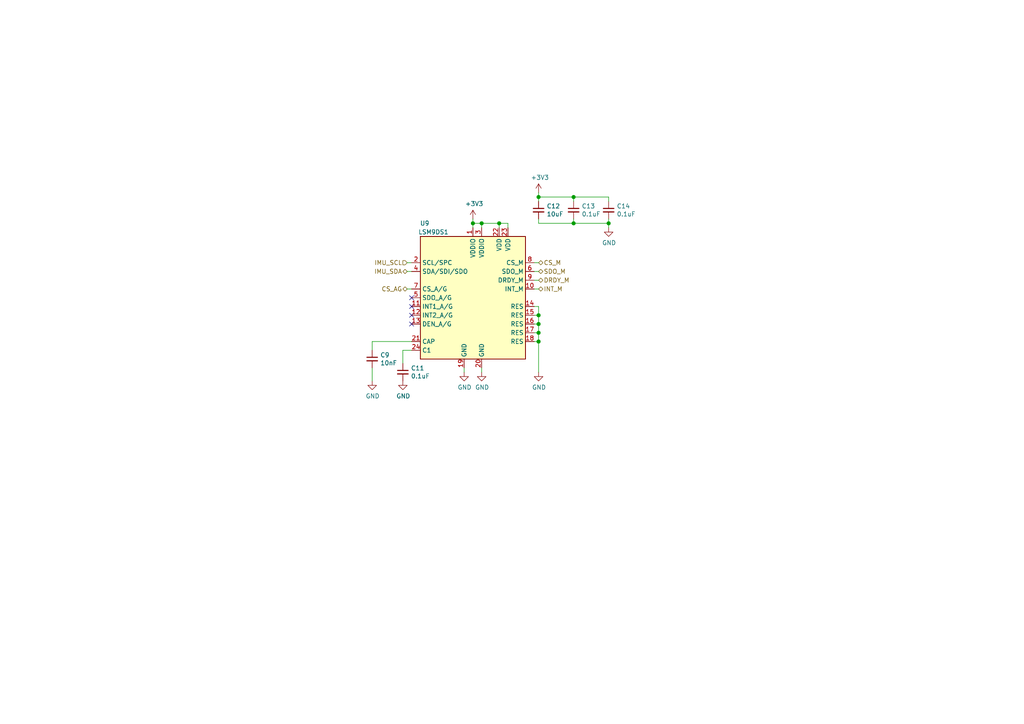
<source format=kicad_sch>
(kicad_sch (version 20210126) (generator eeschema)
  (paper "A4")
  (lib_symbols
    (symbol "Device:C_Small" (pin_numbers hide) (pin_names (offset 0.254) hide)
      (property "Reference" "C" (at 0.254 1.778 0))
      (property "Value" "C_Small" (at 0.254 -2.032 0))
      (symbol "C_Small_0_1"
        (polyline (pts (xy -1.524 -0.508) (xy 1.524 -0.508)) (stroke (width 0.3302)))
        (polyline (pts (xy -1.524 0.508) (xy 1.524 0.508)) (stroke (width 0.3048)))
      )
      (symbol "C_Small_1_1"
        (pin passive line (at 0 2.54 270) (length 2.032) (name "~") (number "1"))
        (pin passive line (at 0 -2.54 90) (length 2.032) (name "~") (number "2"))
      )
    )
    (symbol "Sensor_Motion:LSM9DS1"
      (property "Reference" "U" (at -15.24 21.59 0))
      (property "Value" "LSM9DS1" (at -15.24 19.05 0))
      (symbol "LSM9DS1_0_1"
        (rectangle (start -15.24 17.78) (end 15.24 -17.78) (stroke (width 0.254)) (fill (type background)))
      )
      (symbol "LSM9DS1_1_1"
        (pin power_in line (at 0 20.32 270) (length 2.54) (name "VDDIO") (number "1"))
        (pin output line (at 17.78 2.54 180) (length 2.54) (name "INT_M") (number "10"))
        (pin output line (at -17.78 -2.54 0) (length 2.54) (name "INT1_A/G") (number "11"))
        (pin output line (at -17.78 -5.08 0) (length 2.54) (name "INT2_A/G") (number "12"))
        (pin input line (at -17.78 -7.62 0) (length 2.54) (name "DEN_A/G") (number "13"))
        (pin bidirectional line (at 17.78 -2.54 180) (length 2.54) (name "RES") (number "14"))
        (pin bidirectional line (at 17.78 -5.08 180) (length 2.54) (name "RES") (number "15"))
        (pin bidirectional line (at 17.78 -7.62 180) (length 2.54) (name "RES") (number "16"))
        (pin bidirectional line (at 17.78 -10.16 180) (length 2.54) (name "RES") (number "17"))
        (pin bidirectional line (at 17.78 -12.7 180) (length 2.54) (name "RES") (number "18"))
        (pin power_in line (at -2.54 -20.32 90) (length 2.54) (name "GND") (number "19"))
        (pin input line (at -17.78 10.16 0) (length 2.54) (name "SCL/SPC") (number "2"))
        (pin power_in line (at 2.54 -20.32 90) (length 2.54) (name "GND") (number "20"))
        (pin passive line (at -17.78 -12.7 0) (length 2.54) (name "CAP") (number "21"))
        (pin power_in line (at 7.62 20.32 270) (length 2.54) (name "VDD") (number "22"))
        (pin power_in line (at 10.16 20.32 270) (length 2.54) (name "VDD") (number "23"))
        (pin passive line (at -17.78 -15.24 0) (length 2.54) (name "C1") (number "24"))
        (pin power_in line (at 2.54 20.32 270) (length 2.54) (name "VDDIO") (number "3"))
        (pin bidirectional line (at -17.78 7.62 0) (length 2.54) (name "SDA/SDI/SDO") (number "4"))
        (pin output line (at -17.78 0 0) (length 2.54) (name "SDO_A/G") (number "5"))
        (pin output line (at 17.78 7.62 180) (length 2.54) (name "SDO_M") (number "6"))
        (pin input line (at -17.78 2.54 0) (length 2.54) (name "CS_A/G") (number "7"))
        (pin input line (at 17.78 10.16 180) (length 2.54) (name "CS_M") (number "8"))
        (pin output line (at 17.78 5.08 180) (length 2.54) (name "DRDY_M") (number "9"))
      )
    )
    (symbol "power:+3V3" (power) (pin_names (offset 0))
      (property "Value" "+3V3" (at 0 3.556 0))
      (symbol "+3V3_0_1"
        (polyline (pts (xy -0.762 1.27) (xy 0 2.54)))
        (polyline (pts (xy 0 0) (xy 0 2.54)))
        (polyline (pts (xy 0 2.54) (xy 0.762 1.27)))
      )
      (symbol "+3V3_1_1"
        (pin power_in line (at 0 0 90) (length 0) hide (name "+3V3") (number "1"))
      )
    )
    (symbol "power:GND" (power) (pin_names (offset 0))
      (property "Value" "GND" (at 0 -3.81 0))
      (symbol "GND_0_1"
        (polyline (pts (xy 0 0) (xy 0 -1.27) (xy 1.27 -1.27) (xy 0 -2.54) (xy -1.27 -1.27) (xy 0 -1.27)))
      )
      (symbol "GND_1_1"
        (pin power_in line (at 0 0 270) (length 0) hide (name "GND") (number "1"))
      )
    )
  )
  (junction (at 137.16 64.77) (diameter 1.016))
  (junction (at 139.7 64.77) (diameter 1.016))
  (junction (at 144.78 64.77) (diameter 1.016))
  (junction (at 156.21 57.15) (diameter 1.016))
  (junction (at 156.21 91.44) (diameter 1.016))
  (junction (at 156.21 93.98) (diameter 1.016))
  (junction (at 156.21 96.52) (diameter 1.016))
  (junction (at 156.21 99.06) (diameter 1.016))
  (junction (at 166.37 57.15) (diameter 1.016))
  (junction (at 166.37 64.77) (diameter 1.016))
  (junction (at 176.53 64.77) (diameter 1.016))
  (no_connect (at 119.38 86.36))
  (no_connect (at 119.38 88.9))
  (no_connect (at 119.38 91.44))
  (no_connect (at 119.38 93.98))
  (wire (pts (xy 107.95 99.06) (xy 107.95 101.6)))
  (wire (pts (xy 107.95 106.68) (xy 107.95 110.49)))
  (wire (pts (xy 116.84 101.6) (xy 116.84 105.41)))
  (wire (pts (xy 118.11 76.2) (xy 119.38 76.2)))
  (wire (pts (xy 118.11 78.74) (xy 119.38 78.74)))
  (wire (pts (xy 118.11 83.82) (xy 119.38 83.82)))
  (wire (pts (xy 119.38 99.06) (xy 107.95 99.06)))
  (wire (pts (xy 119.38 101.6) (xy 116.84 101.6)))
  (wire (pts (xy 134.62 107.95) (xy 134.62 106.68)))
  (wire (pts (xy 137.16 64.77) (xy 137.16 63.5)))
  (wire (pts (xy 137.16 64.77) (xy 139.7 64.77)))
  (wire (pts (xy 137.16 66.04) (xy 137.16 64.77)))
  (wire (pts (xy 139.7 64.77) (xy 144.78 64.77)))
  (wire (pts (xy 139.7 66.04) (xy 139.7 64.77)))
  (wire (pts (xy 139.7 106.68) (xy 139.7 107.95)))
  (wire (pts (xy 144.78 64.77) (xy 147.32 64.77)))
  (wire (pts (xy 144.78 66.04) (xy 144.78 64.77)))
  (wire (pts (xy 147.32 64.77) (xy 147.32 66.04)))
  (wire (pts (xy 154.94 88.9) (xy 156.21 88.9)))
  (wire (pts (xy 154.94 91.44) (xy 156.21 91.44)))
  (wire (pts (xy 154.94 96.52) (xy 156.21 96.52)))
  (wire (pts (xy 156.21 55.88) (xy 156.21 57.15)))
  (wire (pts (xy 156.21 57.15) (xy 156.21 58.42)))
  (wire (pts (xy 156.21 57.15) (xy 166.37 57.15)))
  (wire (pts (xy 156.21 63.5) (xy 156.21 64.77)))
  (wire (pts (xy 156.21 64.77) (xy 166.37 64.77)))
  (wire (pts (xy 156.21 76.2) (xy 154.94 76.2)))
  (wire (pts (xy 156.21 78.74) (xy 154.94 78.74)))
  (wire (pts (xy 156.21 81.28) (xy 154.94 81.28)))
  (wire (pts (xy 156.21 83.82) (xy 154.94 83.82)))
  (wire (pts (xy 156.21 88.9) (xy 156.21 91.44)))
  (wire (pts (xy 156.21 91.44) (xy 156.21 93.98)))
  (wire (pts (xy 156.21 93.98) (xy 154.94 93.98)))
  (wire (pts (xy 156.21 93.98) (xy 156.21 96.52)))
  (wire (pts (xy 156.21 96.52) (xy 156.21 99.06)))
  (wire (pts (xy 156.21 99.06) (xy 154.94 99.06)))
  (wire (pts (xy 156.21 99.06) (xy 156.21 107.95)))
  (wire (pts (xy 166.37 57.15) (xy 176.53 57.15)))
  (wire (pts (xy 166.37 58.42) (xy 166.37 57.15)))
  (wire (pts (xy 166.37 63.5) (xy 166.37 64.77)))
  (wire (pts (xy 166.37 64.77) (xy 176.53 64.77)))
  (wire (pts (xy 176.53 57.15) (xy 176.53 58.42)))
  (wire (pts (xy 176.53 64.77) (xy 176.53 63.5)))
  (wire (pts (xy 176.53 64.77) (xy 176.53 66.04)))
  (hierarchical_label "IMU_SCL" (shape input) (at 118.11 76.2 180))
  (hierarchical_label "IMU_SDA" (shape bidirectional) (at 118.11 78.74 180))
  (hierarchical_label "CS_AG" (shape bidirectional) (at 118.11 83.82 180))
  (hierarchical_label "CS_M" (shape bidirectional) (at 156.21 76.2 0))
  (hierarchical_label "SDO_M" (shape bidirectional) (at 156.21 78.74 0))
  (hierarchical_label "DRDY_M" (shape bidirectional) (at 156.21 81.28 0))
  (hierarchical_label "INT_M" (shape bidirectional) (at 156.21 83.82 0))
  (symbol (lib_id "power:+3V3") (at 137.16 63.5 0) (unit 1)
    (property "Reference" "#PWR0124" (effects hide))
    (property "Value" "+3V3" (at 137.541 59.1058 0))
  )
  (symbol (lib_id "power:+3V3") (at 156.21 55.88 0) (unit 1)
    (property "Reference" "#PWR0130" (effects hide))
    (property "Value" "+3V3" (at 156.591 51.4858 0))
  )
  (symbol (lib_id "power:GND") (at 107.95 110.49 0) (unit 1)
    (property "Reference" "#PWR0129" (effects hide))
    (property "Value" "GND" (at 108.077 114.8842 0))
  )
  (symbol (lib_id "power:GND") (at 116.84 110.49 0) (unit 1)
    (property "Reference" "#PWR0125" (effects hide))
    (property "Value" "GND" (at 116.967 114.8842 0))
  )
  (symbol (lib_id "power:GND") (at 134.62 107.95 0) (unit 1)
    (property "Reference" "#PWR0126" (effects hide))
    (property "Value" "GND" (at 134.747 112.3442 0))
  )
  (symbol (lib_id "power:GND") (at 139.7 107.95 0) (unit 1)
    (property "Reference" "#PWR0127" (effects hide))
    (property "Value" "GND" (at 139.827 112.3442 0))
  )
  (symbol (lib_id "power:GND") (at 156.21 107.95 0) (unit 1)
    (property "Reference" "#PWR0128" (effects hide))
    (property "Value" "GND" (at 156.337 112.3442 0))
  )
  (symbol (lib_id "power:GND") (at 176.53 66.04 0) (unit 1)
    (property "Reference" "#PWR0161" (effects hide))
    (property "Value" "GND" (at 176.657 70.4342 0))
  )
  (symbol (lib_id "Device:C_Small") (at 107.95 104.14 0) (unit 1)
    (property "Reference" "C9" (at 110.2868 102.9716 0) (effects (justify left)))
    (property "Value" "10nF" (at 110.2868 105.283 0) (effects (justify left)))
    (property "Footprint" "Capacitor_SMD:C_0201_0603Metric" (effects hide))
  )
  (symbol (lib_id "Device:C_Small") (at 116.84 107.95 0) (unit 1)
    (property "Reference" "C11" (at 119.1768 106.7816 0) (effects (justify left)))
    (property "Value" "0.1uF" (at 119.1768 109.093 0) (effects (justify left)))
    (property "Footprint" "Capacitor_SMD:C_0201_0603Metric" (effects hide))
  )
  (symbol (lib_id "Device:C_Small") (at 156.21 60.96 0) (unit 1)
    (property "Reference" "C12" (at 158.5468 59.7916 0) (effects (justify left)))
    (property "Value" "10uF" (at 158.5468 62.103 0) (effects (justify left)))
    (property "Footprint" "Capacitor_SMD:C_0201_0603Metric" (effects hide))
  )
  (symbol (lib_id "Device:C_Small") (at 166.37 60.96 0) (unit 1)
    (property "Reference" "C13" (at 168.7068 59.7916 0) (effects (justify left)))
    (property "Value" "0.1uF" (at 168.7068 62.103 0) (effects (justify left)))
    (property "Footprint" "Capacitor_SMD:C_0201_0603Metric" (effects hide))
  )
  (symbol (lib_id "Device:C_Small") (at 176.53 60.96 0) (unit 1)
    (property "Reference" "C14" (at 178.8668 59.7916 0) (effects (justify left)))
    (property "Value" "0.1uF" (at 178.8668 62.103 0) (effects (justify left)))
    (property "Footprint" "Capacitor_SMD:C_0201_0603Metric" (effects hide))
  )
  (symbol (lib_id "Sensor_Motion:LSM9DS1") (at 137.16 86.36 0) (unit 1)
    (property "Reference" "U9" (at 123.19 64.77 0))
    (property "Value" "LSM9DS1" (at 125.73 67.31 0))
    (property "Footprint" "Package_LGA:LGA-24L_3x3.5mm_P0.43mm" (effects hide))
    (property "Datasheet" "http://www.st.com/content/ccc/resource/technical/document/datasheet/1e/3f/2a/d6/25/eb/48/46/DM00103319.pdf/files/DM00103319.pdf/jcr:content/translations/en.DM00103319.pdf" (effects hide))
  )
)
</source>
